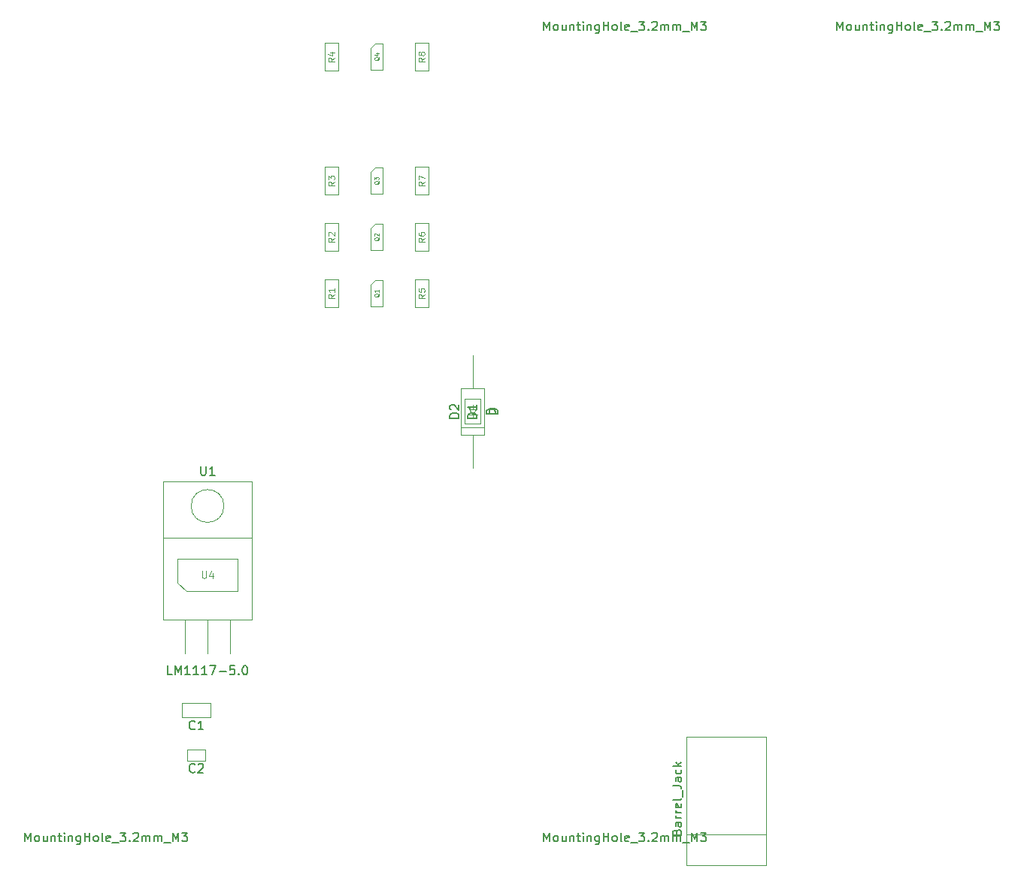
<source format=gbr>
G04 #@! TF.FileFunction,Other,Fab,Top*
%FSLAX46Y46*%
G04 Gerber Fmt 4.6, Leading zero omitted, Abs format (unit mm)*
G04 Created by KiCad (PCBNEW 4.0.4-stable) date 12/14/17 11:03:47*
%MOMM*%
%LPD*%
G01*
G04 APERTURE LIST*
%ADD10C,0.250000*%
%ADD11C,0.100000*%
%ADD12C,0.150000*%
%ADD13C,0.075000*%
%ADD14C,0.105000*%
%ADD15C,0.120000*%
G04 APERTURE END LIST*
D10*
D11*
X89230000Y-147790000D02*
X89230000Y-149390000D01*
X86030000Y-147790000D02*
X89230000Y-147790000D01*
X86030000Y-149390000D02*
X86030000Y-147790000D01*
X89230000Y-149390000D02*
X86030000Y-149390000D01*
X88630000Y-153050000D02*
X88630000Y-154290000D01*
X86630000Y-153050000D02*
X88630000Y-153050000D01*
X86630000Y-154290000D02*
X86630000Y-153050000D01*
X88630000Y-154290000D02*
X86630000Y-154290000D01*
X117395000Y-117535000D02*
X120095000Y-117535000D01*
X120095000Y-117535000D02*
X120095000Y-112335000D01*
X120095000Y-112335000D02*
X117395000Y-112335000D01*
X117395000Y-112335000D02*
X117395000Y-117535000D01*
X118745000Y-121285000D02*
X118745000Y-117535000D01*
X118745000Y-108585000D02*
X118745000Y-112335000D01*
X117395000Y-116755000D02*
X120095000Y-116755000D01*
X107250000Y-100650000D02*
X107250000Y-103100000D01*
X107800000Y-100080000D02*
X108650000Y-100080000D01*
X107250000Y-100650000D02*
X107800000Y-100080000D01*
X108650000Y-100080000D02*
X108650000Y-103120000D01*
X107250000Y-103120000D02*
X108650000Y-103120000D01*
X107250000Y-94300000D02*
X107250000Y-96750000D01*
X107800000Y-93730000D02*
X108650000Y-93730000D01*
X107250000Y-94300000D02*
X107800000Y-93730000D01*
X108650000Y-93730000D02*
X108650000Y-96770000D01*
X107250000Y-96770000D02*
X108650000Y-96770000D01*
X107250000Y-87950000D02*
X107250000Y-90400000D01*
X107800000Y-87380000D02*
X108650000Y-87380000D01*
X107250000Y-87950000D02*
X107800000Y-87380000D01*
X108650000Y-87380000D02*
X108650000Y-90420000D01*
X107250000Y-90420000D02*
X108650000Y-90420000D01*
X107250000Y-73980000D02*
X107250000Y-76430000D01*
X107800000Y-73410000D02*
X108650000Y-73410000D01*
X107250000Y-73980000D02*
X107800000Y-73410000D01*
X108650000Y-73410000D02*
X108650000Y-76450000D01*
X107250000Y-76450000D02*
X108650000Y-76450000D01*
X102070000Y-100000000D02*
X103670000Y-100000000D01*
X102070000Y-103200000D02*
X102070000Y-100000000D01*
X103670000Y-103200000D02*
X102070000Y-103200000D01*
X103670000Y-100000000D02*
X103670000Y-103200000D01*
X102070000Y-93650000D02*
X103670000Y-93650000D01*
X102070000Y-96850000D02*
X102070000Y-93650000D01*
X103670000Y-96850000D02*
X102070000Y-96850000D01*
X103670000Y-93650000D02*
X103670000Y-96850000D01*
X102070000Y-87300000D02*
X103670000Y-87300000D01*
X102070000Y-90500000D02*
X102070000Y-87300000D01*
X103670000Y-90500000D02*
X102070000Y-90500000D01*
X103670000Y-87300000D02*
X103670000Y-90500000D01*
X102070000Y-73330000D02*
X103670000Y-73330000D01*
X102070000Y-76530000D02*
X102070000Y-73330000D01*
X103670000Y-76530000D02*
X102070000Y-76530000D01*
X103670000Y-73330000D02*
X103670000Y-76530000D01*
X112230000Y-100000000D02*
X113830000Y-100000000D01*
X112230000Y-103200000D02*
X112230000Y-100000000D01*
X113830000Y-103200000D02*
X112230000Y-103200000D01*
X113830000Y-100000000D02*
X113830000Y-103200000D01*
X112230000Y-93650000D02*
X113830000Y-93650000D01*
X112230000Y-96850000D02*
X112230000Y-93650000D01*
X113830000Y-96850000D02*
X112230000Y-96850000D01*
X113830000Y-93650000D02*
X113830000Y-96850000D01*
X112230000Y-87300000D02*
X113830000Y-87300000D01*
X112230000Y-90500000D02*
X112230000Y-87300000D01*
X113830000Y-90500000D02*
X112230000Y-90500000D01*
X113830000Y-87300000D02*
X113830000Y-90500000D01*
X112230000Y-73330000D02*
X113830000Y-73330000D01*
X112230000Y-76530000D02*
X112230000Y-73330000D01*
X113830000Y-76530000D02*
X112230000Y-76530000D01*
X113830000Y-73330000D02*
X113830000Y-76530000D01*
X83900000Y-129180000D02*
X83900000Y-122780000D01*
X83900000Y-122780000D02*
X93900000Y-122780000D01*
X93900000Y-122780000D02*
X93900000Y-129180000D01*
X93900000Y-129180000D02*
X83900000Y-129180000D01*
X83900000Y-138430000D02*
X83900000Y-129180000D01*
X83900000Y-129180000D02*
X93900000Y-129180000D01*
X93900000Y-129180000D02*
X93900000Y-138430000D01*
X93900000Y-138430000D02*
X83900000Y-138430000D01*
X86360000Y-138430000D02*
X86360000Y-142240000D01*
X88900000Y-138430000D02*
X88900000Y-142240000D01*
X91440000Y-138430000D02*
X91440000Y-142240000D01*
X90750000Y-125580000D02*
G75*
G03X90750000Y-125580000I-1850000J0D01*
G01*
X118745000Y-114685000D02*
X118745000Y-114185000D01*
X119145000Y-114685000D02*
X118745000Y-115285000D01*
X118345000Y-114685000D02*
X119145000Y-114685000D01*
X118745000Y-115285000D02*
X118345000Y-114685000D01*
X118745000Y-115285000D02*
X119295000Y-115285000D01*
X118745000Y-115285000D02*
X118195000Y-115285000D01*
X118745000Y-115685000D02*
X118745000Y-115285000D01*
X119645000Y-116335000D02*
X117845000Y-116335000D01*
X119645000Y-113535000D02*
X119645000Y-116335000D01*
X117845000Y-113535000D02*
X119645000Y-113535000D01*
X117845000Y-116335000D02*
X117845000Y-113535000D01*
X86550000Y-135200000D02*
X85550000Y-134200000D01*
X86550000Y-135200000D02*
X92250000Y-135200000D01*
X85550000Y-134200000D02*
X85550000Y-131500000D01*
X92250000Y-135200000D02*
X92250000Y-131500000D01*
X85550000Y-131500000D02*
X92250000Y-131500000D01*
X142820000Y-162600000D02*
X151820000Y-162600000D01*
X142820000Y-166100000D02*
X151820000Y-166100000D01*
X151820000Y-166100000D02*
X151820000Y-151600000D01*
X151820000Y-151600000D02*
X142820000Y-151600000D01*
X142820000Y-151600000D02*
X142820000Y-166100000D01*
D12*
X126770952Y-71962381D02*
X126770952Y-70962381D01*
X127104286Y-71676667D01*
X127437619Y-70962381D01*
X127437619Y-71962381D01*
X128056666Y-71962381D02*
X127961428Y-71914762D01*
X127913809Y-71867143D01*
X127866190Y-71771905D01*
X127866190Y-71486190D01*
X127913809Y-71390952D01*
X127961428Y-71343333D01*
X128056666Y-71295714D01*
X128199524Y-71295714D01*
X128294762Y-71343333D01*
X128342381Y-71390952D01*
X128390000Y-71486190D01*
X128390000Y-71771905D01*
X128342381Y-71867143D01*
X128294762Y-71914762D01*
X128199524Y-71962381D01*
X128056666Y-71962381D01*
X129247143Y-71295714D02*
X129247143Y-71962381D01*
X128818571Y-71295714D02*
X128818571Y-71819524D01*
X128866190Y-71914762D01*
X128961428Y-71962381D01*
X129104286Y-71962381D01*
X129199524Y-71914762D01*
X129247143Y-71867143D01*
X129723333Y-71295714D02*
X129723333Y-71962381D01*
X129723333Y-71390952D02*
X129770952Y-71343333D01*
X129866190Y-71295714D01*
X130009048Y-71295714D01*
X130104286Y-71343333D01*
X130151905Y-71438571D01*
X130151905Y-71962381D01*
X130485238Y-71295714D02*
X130866190Y-71295714D01*
X130628095Y-70962381D02*
X130628095Y-71819524D01*
X130675714Y-71914762D01*
X130770952Y-71962381D01*
X130866190Y-71962381D01*
X131199524Y-71962381D02*
X131199524Y-71295714D01*
X131199524Y-70962381D02*
X131151905Y-71010000D01*
X131199524Y-71057619D01*
X131247143Y-71010000D01*
X131199524Y-70962381D01*
X131199524Y-71057619D01*
X131675714Y-71295714D02*
X131675714Y-71962381D01*
X131675714Y-71390952D02*
X131723333Y-71343333D01*
X131818571Y-71295714D01*
X131961429Y-71295714D01*
X132056667Y-71343333D01*
X132104286Y-71438571D01*
X132104286Y-71962381D01*
X133009048Y-71295714D02*
X133009048Y-72105238D01*
X132961429Y-72200476D01*
X132913810Y-72248095D01*
X132818571Y-72295714D01*
X132675714Y-72295714D01*
X132580476Y-72248095D01*
X133009048Y-71914762D02*
X132913810Y-71962381D01*
X132723333Y-71962381D01*
X132628095Y-71914762D01*
X132580476Y-71867143D01*
X132532857Y-71771905D01*
X132532857Y-71486190D01*
X132580476Y-71390952D01*
X132628095Y-71343333D01*
X132723333Y-71295714D01*
X132913810Y-71295714D01*
X133009048Y-71343333D01*
X133485238Y-71962381D02*
X133485238Y-70962381D01*
X133485238Y-71438571D02*
X134056667Y-71438571D01*
X134056667Y-71962381D02*
X134056667Y-70962381D01*
X134675714Y-71962381D02*
X134580476Y-71914762D01*
X134532857Y-71867143D01*
X134485238Y-71771905D01*
X134485238Y-71486190D01*
X134532857Y-71390952D01*
X134580476Y-71343333D01*
X134675714Y-71295714D01*
X134818572Y-71295714D01*
X134913810Y-71343333D01*
X134961429Y-71390952D01*
X135009048Y-71486190D01*
X135009048Y-71771905D01*
X134961429Y-71867143D01*
X134913810Y-71914762D01*
X134818572Y-71962381D01*
X134675714Y-71962381D01*
X135580476Y-71962381D02*
X135485238Y-71914762D01*
X135437619Y-71819524D01*
X135437619Y-70962381D01*
X136342382Y-71914762D02*
X136247144Y-71962381D01*
X136056667Y-71962381D01*
X135961429Y-71914762D01*
X135913810Y-71819524D01*
X135913810Y-71438571D01*
X135961429Y-71343333D01*
X136056667Y-71295714D01*
X136247144Y-71295714D01*
X136342382Y-71343333D01*
X136390001Y-71438571D01*
X136390001Y-71533810D01*
X135913810Y-71629048D01*
X136580477Y-72057619D02*
X137342382Y-72057619D01*
X137485239Y-70962381D02*
X138104287Y-70962381D01*
X137770953Y-71343333D01*
X137913811Y-71343333D01*
X138009049Y-71390952D01*
X138056668Y-71438571D01*
X138104287Y-71533810D01*
X138104287Y-71771905D01*
X138056668Y-71867143D01*
X138009049Y-71914762D01*
X137913811Y-71962381D01*
X137628096Y-71962381D01*
X137532858Y-71914762D01*
X137485239Y-71867143D01*
X138532858Y-71867143D02*
X138580477Y-71914762D01*
X138532858Y-71962381D01*
X138485239Y-71914762D01*
X138532858Y-71867143D01*
X138532858Y-71962381D01*
X138961429Y-71057619D02*
X139009048Y-71010000D01*
X139104286Y-70962381D01*
X139342382Y-70962381D01*
X139437620Y-71010000D01*
X139485239Y-71057619D01*
X139532858Y-71152857D01*
X139532858Y-71248095D01*
X139485239Y-71390952D01*
X138913810Y-71962381D01*
X139532858Y-71962381D01*
X139961429Y-71962381D02*
X139961429Y-71295714D01*
X139961429Y-71390952D02*
X140009048Y-71343333D01*
X140104286Y-71295714D01*
X140247144Y-71295714D01*
X140342382Y-71343333D01*
X140390001Y-71438571D01*
X140390001Y-71962381D01*
X140390001Y-71438571D02*
X140437620Y-71343333D01*
X140532858Y-71295714D01*
X140675715Y-71295714D01*
X140770953Y-71343333D01*
X140818572Y-71438571D01*
X140818572Y-71962381D01*
X141294762Y-71962381D02*
X141294762Y-71295714D01*
X141294762Y-71390952D02*
X141342381Y-71343333D01*
X141437619Y-71295714D01*
X141580477Y-71295714D01*
X141675715Y-71343333D01*
X141723334Y-71438571D01*
X141723334Y-71962381D01*
X141723334Y-71438571D02*
X141770953Y-71343333D01*
X141866191Y-71295714D01*
X142009048Y-71295714D01*
X142104286Y-71343333D01*
X142151905Y-71438571D01*
X142151905Y-71962381D01*
X142390000Y-72057619D02*
X143151905Y-72057619D01*
X143390000Y-71962381D02*
X143390000Y-70962381D01*
X143723334Y-71676667D01*
X144056667Y-70962381D01*
X144056667Y-71962381D01*
X144437619Y-70962381D02*
X145056667Y-70962381D01*
X144723333Y-71343333D01*
X144866191Y-71343333D01*
X144961429Y-71390952D01*
X145009048Y-71438571D01*
X145056667Y-71533810D01*
X145056667Y-71771905D01*
X145009048Y-71867143D01*
X144961429Y-71914762D01*
X144866191Y-71962381D01*
X144580476Y-71962381D01*
X144485238Y-71914762D01*
X144437619Y-71867143D01*
X126770952Y-163402381D02*
X126770952Y-162402381D01*
X127104286Y-163116667D01*
X127437619Y-162402381D01*
X127437619Y-163402381D01*
X128056666Y-163402381D02*
X127961428Y-163354762D01*
X127913809Y-163307143D01*
X127866190Y-163211905D01*
X127866190Y-162926190D01*
X127913809Y-162830952D01*
X127961428Y-162783333D01*
X128056666Y-162735714D01*
X128199524Y-162735714D01*
X128294762Y-162783333D01*
X128342381Y-162830952D01*
X128390000Y-162926190D01*
X128390000Y-163211905D01*
X128342381Y-163307143D01*
X128294762Y-163354762D01*
X128199524Y-163402381D01*
X128056666Y-163402381D01*
X129247143Y-162735714D02*
X129247143Y-163402381D01*
X128818571Y-162735714D02*
X128818571Y-163259524D01*
X128866190Y-163354762D01*
X128961428Y-163402381D01*
X129104286Y-163402381D01*
X129199524Y-163354762D01*
X129247143Y-163307143D01*
X129723333Y-162735714D02*
X129723333Y-163402381D01*
X129723333Y-162830952D02*
X129770952Y-162783333D01*
X129866190Y-162735714D01*
X130009048Y-162735714D01*
X130104286Y-162783333D01*
X130151905Y-162878571D01*
X130151905Y-163402381D01*
X130485238Y-162735714D02*
X130866190Y-162735714D01*
X130628095Y-162402381D02*
X130628095Y-163259524D01*
X130675714Y-163354762D01*
X130770952Y-163402381D01*
X130866190Y-163402381D01*
X131199524Y-163402381D02*
X131199524Y-162735714D01*
X131199524Y-162402381D02*
X131151905Y-162450000D01*
X131199524Y-162497619D01*
X131247143Y-162450000D01*
X131199524Y-162402381D01*
X131199524Y-162497619D01*
X131675714Y-162735714D02*
X131675714Y-163402381D01*
X131675714Y-162830952D02*
X131723333Y-162783333D01*
X131818571Y-162735714D01*
X131961429Y-162735714D01*
X132056667Y-162783333D01*
X132104286Y-162878571D01*
X132104286Y-163402381D01*
X133009048Y-162735714D02*
X133009048Y-163545238D01*
X132961429Y-163640476D01*
X132913810Y-163688095D01*
X132818571Y-163735714D01*
X132675714Y-163735714D01*
X132580476Y-163688095D01*
X133009048Y-163354762D02*
X132913810Y-163402381D01*
X132723333Y-163402381D01*
X132628095Y-163354762D01*
X132580476Y-163307143D01*
X132532857Y-163211905D01*
X132532857Y-162926190D01*
X132580476Y-162830952D01*
X132628095Y-162783333D01*
X132723333Y-162735714D01*
X132913810Y-162735714D01*
X133009048Y-162783333D01*
X133485238Y-163402381D02*
X133485238Y-162402381D01*
X133485238Y-162878571D02*
X134056667Y-162878571D01*
X134056667Y-163402381D02*
X134056667Y-162402381D01*
X134675714Y-163402381D02*
X134580476Y-163354762D01*
X134532857Y-163307143D01*
X134485238Y-163211905D01*
X134485238Y-162926190D01*
X134532857Y-162830952D01*
X134580476Y-162783333D01*
X134675714Y-162735714D01*
X134818572Y-162735714D01*
X134913810Y-162783333D01*
X134961429Y-162830952D01*
X135009048Y-162926190D01*
X135009048Y-163211905D01*
X134961429Y-163307143D01*
X134913810Y-163354762D01*
X134818572Y-163402381D01*
X134675714Y-163402381D01*
X135580476Y-163402381D02*
X135485238Y-163354762D01*
X135437619Y-163259524D01*
X135437619Y-162402381D01*
X136342382Y-163354762D02*
X136247144Y-163402381D01*
X136056667Y-163402381D01*
X135961429Y-163354762D01*
X135913810Y-163259524D01*
X135913810Y-162878571D01*
X135961429Y-162783333D01*
X136056667Y-162735714D01*
X136247144Y-162735714D01*
X136342382Y-162783333D01*
X136390001Y-162878571D01*
X136390001Y-162973810D01*
X135913810Y-163069048D01*
X136580477Y-163497619D02*
X137342382Y-163497619D01*
X137485239Y-162402381D02*
X138104287Y-162402381D01*
X137770953Y-162783333D01*
X137913811Y-162783333D01*
X138009049Y-162830952D01*
X138056668Y-162878571D01*
X138104287Y-162973810D01*
X138104287Y-163211905D01*
X138056668Y-163307143D01*
X138009049Y-163354762D01*
X137913811Y-163402381D01*
X137628096Y-163402381D01*
X137532858Y-163354762D01*
X137485239Y-163307143D01*
X138532858Y-163307143D02*
X138580477Y-163354762D01*
X138532858Y-163402381D01*
X138485239Y-163354762D01*
X138532858Y-163307143D01*
X138532858Y-163402381D01*
X138961429Y-162497619D02*
X139009048Y-162450000D01*
X139104286Y-162402381D01*
X139342382Y-162402381D01*
X139437620Y-162450000D01*
X139485239Y-162497619D01*
X139532858Y-162592857D01*
X139532858Y-162688095D01*
X139485239Y-162830952D01*
X138913810Y-163402381D01*
X139532858Y-163402381D01*
X139961429Y-163402381D02*
X139961429Y-162735714D01*
X139961429Y-162830952D02*
X140009048Y-162783333D01*
X140104286Y-162735714D01*
X140247144Y-162735714D01*
X140342382Y-162783333D01*
X140390001Y-162878571D01*
X140390001Y-163402381D01*
X140390001Y-162878571D02*
X140437620Y-162783333D01*
X140532858Y-162735714D01*
X140675715Y-162735714D01*
X140770953Y-162783333D01*
X140818572Y-162878571D01*
X140818572Y-163402381D01*
X141294762Y-163402381D02*
X141294762Y-162735714D01*
X141294762Y-162830952D02*
X141342381Y-162783333D01*
X141437619Y-162735714D01*
X141580477Y-162735714D01*
X141675715Y-162783333D01*
X141723334Y-162878571D01*
X141723334Y-163402381D01*
X141723334Y-162878571D02*
X141770953Y-162783333D01*
X141866191Y-162735714D01*
X142009048Y-162735714D01*
X142104286Y-162783333D01*
X142151905Y-162878571D01*
X142151905Y-163402381D01*
X142390000Y-163497619D02*
X143151905Y-163497619D01*
X143390000Y-163402381D02*
X143390000Y-162402381D01*
X143723334Y-163116667D01*
X144056667Y-162402381D01*
X144056667Y-163402381D01*
X144437619Y-162402381D02*
X145056667Y-162402381D01*
X144723333Y-162783333D01*
X144866191Y-162783333D01*
X144961429Y-162830952D01*
X145009048Y-162878571D01*
X145056667Y-162973810D01*
X145056667Y-163211905D01*
X145009048Y-163307143D01*
X144961429Y-163354762D01*
X144866191Y-163402381D01*
X144580476Y-163402381D01*
X144485238Y-163354762D01*
X144437619Y-163307143D01*
X68350952Y-163402381D02*
X68350952Y-162402381D01*
X68684286Y-163116667D01*
X69017619Y-162402381D01*
X69017619Y-163402381D01*
X69636666Y-163402381D02*
X69541428Y-163354762D01*
X69493809Y-163307143D01*
X69446190Y-163211905D01*
X69446190Y-162926190D01*
X69493809Y-162830952D01*
X69541428Y-162783333D01*
X69636666Y-162735714D01*
X69779524Y-162735714D01*
X69874762Y-162783333D01*
X69922381Y-162830952D01*
X69970000Y-162926190D01*
X69970000Y-163211905D01*
X69922381Y-163307143D01*
X69874762Y-163354762D01*
X69779524Y-163402381D01*
X69636666Y-163402381D01*
X70827143Y-162735714D02*
X70827143Y-163402381D01*
X70398571Y-162735714D02*
X70398571Y-163259524D01*
X70446190Y-163354762D01*
X70541428Y-163402381D01*
X70684286Y-163402381D01*
X70779524Y-163354762D01*
X70827143Y-163307143D01*
X71303333Y-162735714D02*
X71303333Y-163402381D01*
X71303333Y-162830952D02*
X71350952Y-162783333D01*
X71446190Y-162735714D01*
X71589048Y-162735714D01*
X71684286Y-162783333D01*
X71731905Y-162878571D01*
X71731905Y-163402381D01*
X72065238Y-162735714D02*
X72446190Y-162735714D01*
X72208095Y-162402381D02*
X72208095Y-163259524D01*
X72255714Y-163354762D01*
X72350952Y-163402381D01*
X72446190Y-163402381D01*
X72779524Y-163402381D02*
X72779524Y-162735714D01*
X72779524Y-162402381D02*
X72731905Y-162450000D01*
X72779524Y-162497619D01*
X72827143Y-162450000D01*
X72779524Y-162402381D01*
X72779524Y-162497619D01*
X73255714Y-162735714D02*
X73255714Y-163402381D01*
X73255714Y-162830952D02*
X73303333Y-162783333D01*
X73398571Y-162735714D01*
X73541429Y-162735714D01*
X73636667Y-162783333D01*
X73684286Y-162878571D01*
X73684286Y-163402381D01*
X74589048Y-162735714D02*
X74589048Y-163545238D01*
X74541429Y-163640476D01*
X74493810Y-163688095D01*
X74398571Y-163735714D01*
X74255714Y-163735714D01*
X74160476Y-163688095D01*
X74589048Y-163354762D02*
X74493810Y-163402381D01*
X74303333Y-163402381D01*
X74208095Y-163354762D01*
X74160476Y-163307143D01*
X74112857Y-163211905D01*
X74112857Y-162926190D01*
X74160476Y-162830952D01*
X74208095Y-162783333D01*
X74303333Y-162735714D01*
X74493810Y-162735714D01*
X74589048Y-162783333D01*
X75065238Y-163402381D02*
X75065238Y-162402381D01*
X75065238Y-162878571D02*
X75636667Y-162878571D01*
X75636667Y-163402381D02*
X75636667Y-162402381D01*
X76255714Y-163402381D02*
X76160476Y-163354762D01*
X76112857Y-163307143D01*
X76065238Y-163211905D01*
X76065238Y-162926190D01*
X76112857Y-162830952D01*
X76160476Y-162783333D01*
X76255714Y-162735714D01*
X76398572Y-162735714D01*
X76493810Y-162783333D01*
X76541429Y-162830952D01*
X76589048Y-162926190D01*
X76589048Y-163211905D01*
X76541429Y-163307143D01*
X76493810Y-163354762D01*
X76398572Y-163402381D01*
X76255714Y-163402381D01*
X77160476Y-163402381D02*
X77065238Y-163354762D01*
X77017619Y-163259524D01*
X77017619Y-162402381D01*
X77922382Y-163354762D02*
X77827144Y-163402381D01*
X77636667Y-163402381D01*
X77541429Y-163354762D01*
X77493810Y-163259524D01*
X77493810Y-162878571D01*
X77541429Y-162783333D01*
X77636667Y-162735714D01*
X77827144Y-162735714D01*
X77922382Y-162783333D01*
X77970001Y-162878571D01*
X77970001Y-162973810D01*
X77493810Y-163069048D01*
X78160477Y-163497619D02*
X78922382Y-163497619D01*
X79065239Y-162402381D02*
X79684287Y-162402381D01*
X79350953Y-162783333D01*
X79493811Y-162783333D01*
X79589049Y-162830952D01*
X79636668Y-162878571D01*
X79684287Y-162973810D01*
X79684287Y-163211905D01*
X79636668Y-163307143D01*
X79589049Y-163354762D01*
X79493811Y-163402381D01*
X79208096Y-163402381D01*
X79112858Y-163354762D01*
X79065239Y-163307143D01*
X80112858Y-163307143D02*
X80160477Y-163354762D01*
X80112858Y-163402381D01*
X80065239Y-163354762D01*
X80112858Y-163307143D01*
X80112858Y-163402381D01*
X80541429Y-162497619D02*
X80589048Y-162450000D01*
X80684286Y-162402381D01*
X80922382Y-162402381D01*
X81017620Y-162450000D01*
X81065239Y-162497619D01*
X81112858Y-162592857D01*
X81112858Y-162688095D01*
X81065239Y-162830952D01*
X80493810Y-163402381D01*
X81112858Y-163402381D01*
X81541429Y-163402381D02*
X81541429Y-162735714D01*
X81541429Y-162830952D02*
X81589048Y-162783333D01*
X81684286Y-162735714D01*
X81827144Y-162735714D01*
X81922382Y-162783333D01*
X81970001Y-162878571D01*
X81970001Y-163402381D01*
X81970001Y-162878571D02*
X82017620Y-162783333D01*
X82112858Y-162735714D01*
X82255715Y-162735714D01*
X82350953Y-162783333D01*
X82398572Y-162878571D01*
X82398572Y-163402381D01*
X82874762Y-163402381D02*
X82874762Y-162735714D01*
X82874762Y-162830952D02*
X82922381Y-162783333D01*
X83017619Y-162735714D01*
X83160477Y-162735714D01*
X83255715Y-162783333D01*
X83303334Y-162878571D01*
X83303334Y-163402381D01*
X83303334Y-162878571D02*
X83350953Y-162783333D01*
X83446191Y-162735714D01*
X83589048Y-162735714D01*
X83684286Y-162783333D01*
X83731905Y-162878571D01*
X83731905Y-163402381D01*
X83970000Y-163497619D02*
X84731905Y-163497619D01*
X84970000Y-163402381D02*
X84970000Y-162402381D01*
X85303334Y-163116667D01*
X85636667Y-162402381D01*
X85636667Y-163402381D01*
X86017619Y-162402381D02*
X86636667Y-162402381D01*
X86303333Y-162783333D01*
X86446191Y-162783333D01*
X86541429Y-162830952D01*
X86589048Y-162878571D01*
X86636667Y-162973810D01*
X86636667Y-163211905D01*
X86589048Y-163307143D01*
X86541429Y-163354762D01*
X86446191Y-163402381D01*
X86160476Y-163402381D01*
X86065238Y-163354762D01*
X86017619Y-163307143D01*
X87463334Y-150697143D02*
X87415715Y-150744762D01*
X87272858Y-150792381D01*
X87177620Y-150792381D01*
X87034762Y-150744762D01*
X86939524Y-150649524D01*
X86891905Y-150554286D01*
X86844286Y-150363810D01*
X86844286Y-150220952D01*
X86891905Y-150030476D01*
X86939524Y-149935238D01*
X87034762Y-149840000D01*
X87177620Y-149792381D01*
X87272858Y-149792381D01*
X87415715Y-149840000D01*
X87463334Y-149887619D01*
X88415715Y-150792381D02*
X87844286Y-150792381D01*
X88130000Y-150792381D02*
X88130000Y-149792381D01*
X88034762Y-149935238D01*
X87939524Y-150030476D01*
X87844286Y-150078095D01*
X87463334Y-155527143D02*
X87415715Y-155574762D01*
X87272858Y-155622381D01*
X87177620Y-155622381D01*
X87034762Y-155574762D01*
X86939524Y-155479524D01*
X86891905Y-155384286D01*
X86844286Y-155193810D01*
X86844286Y-155050952D01*
X86891905Y-154860476D01*
X86939524Y-154765238D01*
X87034762Y-154670000D01*
X87177620Y-154622381D01*
X87272858Y-154622381D01*
X87415715Y-154670000D01*
X87463334Y-154717619D01*
X87844286Y-154717619D02*
X87891905Y-154670000D01*
X87987143Y-154622381D01*
X88225239Y-154622381D01*
X88320477Y-154670000D01*
X88368096Y-154717619D01*
X88415715Y-154812857D01*
X88415715Y-154908095D01*
X88368096Y-155050952D01*
X87796667Y-155622381D01*
X88415715Y-155622381D01*
X121607381Y-115196905D02*
X120607381Y-115196905D01*
X120607381Y-114958810D01*
X120655000Y-114815952D01*
X120750238Y-114720714D01*
X120845476Y-114673095D01*
X121035952Y-114625476D01*
X121178810Y-114625476D01*
X121369286Y-114673095D01*
X121464524Y-114720714D01*
X121559762Y-114815952D01*
X121607381Y-114958810D01*
X121607381Y-115196905D01*
X119197381Y-115673095D02*
X118197381Y-115673095D01*
X118197381Y-115435000D01*
X118245000Y-115292142D01*
X118340238Y-115196904D01*
X118435476Y-115149285D01*
X118625952Y-115101666D01*
X118768810Y-115101666D01*
X118959286Y-115149285D01*
X119054524Y-115196904D01*
X119149762Y-115292142D01*
X119197381Y-115435000D01*
X119197381Y-115673095D01*
X119197381Y-114149285D02*
X119197381Y-114720714D01*
X119197381Y-114435000D02*
X118197381Y-114435000D01*
X118340238Y-114530238D01*
X118435476Y-114625476D01*
X118483095Y-114720714D01*
D13*
X108223810Y-101647619D02*
X108200000Y-101695238D01*
X108152381Y-101742857D01*
X108080952Y-101814286D01*
X108057143Y-101861905D01*
X108057143Y-101909524D01*
X108176190Y-101885714D02*
X108152381Y-101933333D01*
X108104762Y-101980952D01*
X108009524Y-102004762D01*
X107842857Y-102004762D01*
X107747619Y-101980952D01*
X107700000Y-101933333D01*
X107676190Y-101885714D01*
X107676190Y-101790476D01*
X107700000Y-101742857D01*
X107747619Y-101695238D01*
X107842857Y-101671429D01*
X108009524Y-101671429D01*
X108104762Y-101695238D01*
X108152381Y-101742857D01*
X108176190Y-101790476D01*
X108176190Y-101885714D01*
X108176190Y-101195238D02*
X108176190Y-101480952D01*
X108176190Y-101338095D02*
X107676190Y-101338095D01*
X107747619Y-101385714D01*
X107795238Y-101433333D01*
X107819048Y-101480952D01*
X108223810Y-95297619D02*
X108200000Y-95345238D01*
X108152381Y-95392857D01*
X108080952Y-95464286D01*
X108057143Y-95511905D01*
X108057143Y-95559524D01*
X108176190Y-95535714D02*
X108152381Y-95583333D01*
X108104762Y-95630952D01*
X108009524Y-95654762D01*
X107842857Y-95654762D01*
X107747619Y-95630952D01*
X107700000Y-95583333D01*
X107676190Y-95535714D01*
X107676190Y-95440476D01*
X107700000Y-95392857D01*
X107747619Y-95345238D01*
X107842857Y-95321429D01*
X108009524Y-95321429D01*
X108104762Y-95345238D01*
X108152381Y-95392857D01*
X108176190Y-95440476D01*
X108176190Y-95535714D01*
X107723810Y-95130952D02*
X107700000Y-95107142D01*
X107676190Y-95059523D01*
X107676190Y-94940476D01*
X107700000Y-94892857D01*
X107723810Y-94869047D01*
X107771429Y-94845238D01*
X107819048Y-94845238D01*
X107890476Y-94869047D01*
X108176190Y-95154761D01*
X108176190Y-94845238D01*
X108223810Y-88947619D02*
X108200000Y-88995238D01*
X108152381Y-89042857D01*
X108080952Y-89114286D01*
X108057143Y-89161905D01*
X108057143Y-89209524D01*
X108176190Y-89185714D02*
X108152381Y-89233333D01*
X108104762Y-89280952D01*
X108009524Y-89304762D01*
X107842857Y-89304762D01*
X107747619Y-89280952D01*
X107700000Y-89233333D01*
X107676190Y-89185714D01*
X107676190Y-89090476D01*
X107700000Y-89042857D01*
X107747619Y-88995238D01*
X107842857Y-88971429D01*
X108009524Y-88971429D01*
X108104762Y-88995238D01*
X108152381Y-89042857D01*
X108176190Y-89090476D01*
X108176190Y-89185714D01*
X107676190Y-88804761D02*
X107676190Y-88495238D01*
X107866667Y-88661904D01*
X107866667Y-88590476D01*
X107890476Y-88542857D01*
X107914286Y-88519047D01*
X107961905Y-88495238D01*
X108080952Y-88495238D01*
X108128571Y-88519047D01*
X108152381Y-88542857D01*
X108176190Y-88590476D01*
X108176190Y-88733333D01*
X108152381Y-88780952D01*
X108128571Y-88804761D01*
X108223810Y-74977619D02*
X108200000Y-75025238D01*
X108152381Y-75072857D01*
X108080952Y-75144286D01*
X108057143Y-75191905D01*
X108057143Y-75239524D01*
X108176190Y-75215714D02*
X108152381Y-75263333D01*
X108104762Y-75310952D01*
X108009524Y-75334762D01*
X107842857Y-75334762D01*
X107747619Y-75310952D01*
X107700000Y-75263333D01*
X107676190Y-75215714D01*
X107676190Y-75120476D01*
X107700000Y-75072857D01*
X107747619Y-75025238D01*
X107842857Y-75001429D01*
X108009524Y-75001429D01*
X108104762Y-75025238D01*
X108152381Y-75072857D01*
X108176190Y-75120476D01*
X108176190Y-75215714D01*
X107842857Y-74572857D02*
X108176190Y-74572857D01*
X107652381Y-74691904D02*
X108009524Y-74810952D01*
X108009524Y-74501428D01*
D14*
X103186667Y-101716666D02*
X102853333Y-101950000D01*
X103186667Y-102116666D02*
X102486667Y-102116666D01*
X102486667Y-101850000D01*
X102520000Y-101783333D01*
X102553333Y-101750000D01*
X102620000Y-101716666D01*
X102720000Y-101716666D01*
X102786667Y-101750000D01*
X102820000Y-101783333D01*
X102853333Y-101850000D01*
X102853333Y-102116666D01*
X103186667Y-101050000D02*
X103186667Y-101450000D01*
X103186667Y-101250000D02*
X102486667Y-101250000D01*
X102586667Y-101316666D01*
X102653333Y-101383333D01*
X102686667Y-101450000D01*
X103186667Y-95366666D02*
X102853333Y-95600000D01*
X103186667Y-95766666D02*
X102486667Y-95766666D01*
X102486667Y-95500000D01*
X102520000Y-95433333D01*
X102553333Y-95400000D01*
X102620000Y-95366666D01*
X102720000Y-95366666D01*
X102786667Y-95400000D01*
X102820000Y-95433333D01*
X102853333Y-95500000D01*
X102853333Y-95766666D01*
X102553333Y-95100000D02*
X102520000Y-95066666D01*
X102486667Y-95000000D01*
X102486667Y-94833333D01*
X102520000Y-94766666D01*
X102553333Y-94733333D01*
X102620000Y-94700000D01*
X102686667Y-94700000D01*
X102786667Y-94733333D01*
X103186667Y-95133333D01*
X103186667Y-94700000D01*
X103186667Y-89016666D02*
X102853333Y-89250000D01*
X103186667Y-89416666D02*
X102486667Y-89416666D01*
X102486667Y-89150000D01*
X102520000Y-89083333D01*
X102553333Y-89050000D01*
X102620000Y-89016666D01*
X102720000Y-89016666D01*
X102786667Y-89050000D01*
X102820000Y-89083333D01*
X102853333Y-89150000D01*
X102853333Y-89416666D01*
X102486667Y-88783333D02*
X102486667Y-88350000D01*
X102753333Y-88583333D01*
X102753333Y-88483333D01*
X102786667Y-88416666D01*
X102820000Y-88383333D01*
X102886667Y-88350000D01*
X103053333Y-88350000D01*
X103120000Y-88383333D01*
X103153333Y-88416666D01*
X103186667Y-88483333D01*
X103186667Y-88683333D01*
X103153333Y-88750000D01*
X103120000Y-88783333D01*
X103186667Y-75046666D02*
X102853333Y-75280000D01*
X103186667Y-75446666D02*
X102486667Y-75446666D01*
X102486667Y-75180000D01*
X102520000Y-75113333D01*
X102553333Y-75080000D01*
X102620000Y-75046666D01*
X102720000Y-75046666D01*
X102786667Y-75080000D01*
X102820000Y-75113333D01*
X102853333Y-75180000D01*
X102853333Y-75446666D01*
X102720000Y-74446666D02*
X103186667Y-74446666D01*
X102453333Y-74613333D02*
X102953333Y-74780000D01*
X102953333Y-74346666D01*
X113346667Y-101716666D02*
X113013333Y-101950000D01*
X113346667Y-102116666D02*
X112646667Y-102116666D01*
X112646667Y-101850000D01*
X112680000Y-101783333D01*
X112713333Y-101750000D01*
X112780000Y-101716666D01*
X112880000Y-101716666D01*
X112946667Y-101750000D01*
X112980000Y-101783333D01*
X113013333Y-101850000D01*
X113013333Y-102116666D01*
X112646667Y-101083333D02*
X112646667Y-101416666D01*
X112980000Y-101450000D01*
X112946667Y-101416666D01*
X112913333Y-101350000D01*
X112913333Y-101183333D01*
X112946667Y-101116666D01*
X112980000Y-101083333D01*
X113046667Y-101050000D01*
X113213333Y-101050000D01*
X113280000Y-101083333D01*
X113313333Y-101116666D01*
X113346667Y-101183333D01*
X113346667Y-101350000D01*
X113313333Y-101416666D01*
X113280000Y-101450000D01*
X113346667Y-95366666D02*
X113013333Y-95600000D01*
X113346667Y-95766666D02*
X112646667Y-95766666D01*
X112646667Y-95500000D01*
X112680000Y-95433333D01*
X112713333Y-95400000D01*
X112780000Y-95366666D01*
X112880000Y-95366666D01*
X112946667Y-95400000D01*
X112980000Y-95433333D01*
X113013333Y-95500000D01*
X113013333Y-95766666D01*
X112646667Y-94766666D02*
X112646667Y-94900000D01*
X112680000Y-94966666D01*
X112713333Y-95000000D01*
X112813333Y-95066666D01*
X112946667Y-95100000D01*
X113213333Y-95100000D01*
X113280000Y-95066666D01*
X113313333Y-95033333D01*
X113346667Y-94966666D01*
X113346667Y-94833333D01*
X113313333Y-94766666D01*
X113280000Y-94733333D01*
X113213333Y-94700000D01*
X113046667Y-94700000D01*
X112980000Y-94733333D01*
X112946667Y-94766666D01*
X112913333Y-94833333D01*
X112913333Y-94966666D01*
X112946667Y-95033333D01*
X112980000Y-95066666D01*
X113046667Y-95100000D01*
X113346667Y-89016666D02*
X113013333Y-89250000D01*
X113346667Y-89416666D02*
X112646667Y-89416666D01*
X112646667Y-89150000D01*
X112680000Y-89083333D01*
X112713333Y-89050000D01*
X112780000Y-89016666D01*
X112880000Y-89016666D01*
X112946667Y-89050000D01*
X112980000Y-89083333D01*
X113013333Y-89150000D01*
X113013333Y-89416666D01*
X112646667Y-88783333D02*
X112646667Y-88316666D01*
X113346667Y-88616666D01*
X113346667Y-75046666D02*
X113013333Y-75280000D01*
X113346667Y-75446666D02*
X112646667Y-75446666D01*
X112646667Y-75180000D01*
X112680000Y-75113333D01*
X112713333Y-75080000D01*
X112780000Y-75046666D01*
X112880000Y-75046666D01*
X112946667Y-75080000D01*
X112980000Y-75113333D01*
X113013333Y-75180000D01*
X113013333Y-75446666D01*
X112946667Y-74646666D02*
X112913333Y-74713333D01*
X112880000Y-74746666D01*
X112813333Y-74780000D01*
X112780000Y-74780000D01*
X112713333Y-74746666D01*
X112680000Y-74713333D01*
X112646667Y-74646666D01*
X112646667Y-74513333D01*
X112680000Y-74446666D01*
X112713333Y-74413333D01*
X112780000Y-74380000D01*
X112813333Y-74380000D01*
X112880000Y-74413333D01*
X112913333Y-74446666D01*
X112946667Y-74513333D01*
X112946667Y-74646666D01*
X112980000Y-74713333D01*
X113013333Y-74746666D01*
X113080000Y-74780000D01*
X113213333Y-74780000D01*
X113280000Y-74746666D01*
X113313333Y-74713333D01*
X113346667Y-74646666D01*
X113346667Y-74513333D01*
X113313333Y-74446666D01*
X113280000Y-74413333D01*
X113213333Y-74380000D01*
X113080000Y-74380000D01*
X113013333Y-74413333D01*
X112980000Y-74446666D01*
X112946667Y-74513333D01*
D12*
X84923810Y-144592381D02*
X84447619Y-144592381D01*
X84447619Y-143592381D01*
X85257143Y-144592381D02*
X85257143Y-143592381D01*
X85590477Y-144306667D01*
X85923810Y-143592381D01*
X85923810Y-144592381D01*
X86923810Y-144592381D02*
X86352381Y-144592381D01*
X86638095Y-144592381D02*
X86638095Y-143592381D01*
X86542857Y-143735238D01*
X86447619Y-143830476D01*
X86352381Y-143878095D01*
X87876191Y-144592381D02*
X87304762Y-144592381D01*
X87590476Y-144592381D02*
X87590476Y-143592381D01*
X87495238Y-143735238D01*
X87400000Y-143830476D01*
X87304762Y-143878095D01*
X88828572Y-144592381D02*
X88257143Y-144592381D01*
X88542857Y-144592381D02*
X88542857Y-143592381D01*
X88447619Y-143735238D01*
X88352381Y-143830476D01*
X88257143Y-143878095D01*
X89161905Y-143592381D02*
X89828572Y-143592381D01*
X89400000Y-144592381D01*
X90209524Y-144211429D02*
X90971429Y-144211429D01*
X91923810Y-143592381D02*
X91447619Y-143592381D01*
X91400000Y-144068571D01*
X91447619Y-144020952D01*
X91542857Y-143973333D01*
X91780953Y-143973333D01*
X91876191Y-144020952D01*
X91923810Y-144068571D01*
X91971429Y-144163810D01*
X91971429Y-144401905D01*
X91923810Y-144497143D01*
X91876191Y-144544762D01*
X91780953Y-144592381D01*
X91542857Y-144592381D01*
X91447619Y-144544762D01*
X91400000Y-144497143D01*
X92400000Y-144497143D02*
X92447619Y-144544762D01*
X92400000Y-144592381D01*
X92352381Y-144544762D01*
X92400000Y-144497143D01*
X92400000Y-144592381D01*
X93066666Y-143592381D02*
X93161905Y-143592381D01*
X93257143Y-143640000D01*
X93304762Y-143687619D01*
X93352381Y-143782857D01*
X93400000Y-143973333D01*
X93400000Y-144211429D01*
X93352381Y-144401905D01*
X93304762Y-144497143D01*
X93257143Y-144544762D01*
X93161905Y-144592381D01*
X93066666Y-144592381D01*
X92971428Y-144544762D01*
X92923809Y-144497143D01*
X92876190Y-144401905D01*
X92828571Y-144211429D01*
X92828571Y-143973333D01*
X92876190Y-143782857D01*
X92923809Y-143687619D01*
X92971428Y-143640000D01*
X93066666Y-143592381D01*
X88138095Y-121112381D02*
X88138095Y-121921905D01*
X88185714Y-122017143D01*
X88233333Y-122064762D01*
X88328571Y-122112381D01*
X88519048Y-122112381D01*
X88614286Y-122064762D01*
X88661905Y-122017143D01*
X88709524Y-121921905D01*
X88709524Y-121112381D01*
X89709524Y-122112381D02*
X89138095Y-122112381D01*
X89423809Y-122112381D02*
X89423809Y-121112381D01*
X89328571Y-121255238D01*
X89233333Y-121350476D01*
X89138095Y-121398095D01*
X121297381Y-115196905D02*
X120297381Y-115196905D01*
X120297381Y-114958810D01*
X120345000Y-114815952D01*
X120440238Y-114720714D01*
X120535476Y-114673095D01*
X120725952Y-114625476D01*
X120868810Y-114625476D01*
X121059286Y-114673095D01*
X121154524Y-114720714D01*
X121249762Y-114815952D01*
X121297381Y-114958810D01*
X121297381Y-115196905D01*
X117197381Y-115673095D02*
X116197381Y-115673095D01*
X116197381Y-115435000D01*
X116245000Y-115292142D01*
X116340238Y-115196904D01*
X116435476Y-115149285D01*
X116625952Y-115101666D01*
X116768810Y-115101666D01*
X116959286Y-115149285D01*
X117054524Y-115196904D01*
X117149762Y-115292142D01*
X117197381Y-115435000D01*
X117197381Y-115673095D01*
X116292619Y-114720714D02*
X116245000Y-114673095D01*
X116197381Y-114577857D01*
X116197381Y-114339761D01*
X116245000Y-114244523D01*
X116292619Y-114196904D01*
X116387857Y-114149285D01*
X116483095Y-114149285D01*
X116625952Y-114196904D01*
X117197381Y-114768333D01*
X117197381Y-114149285D01*
D15*
X88290476Y-132911905D02*
X88290476Y-133559524D01*
X88328571Y-133635714D01*
X88366667Y-133673810D01*
X88442857Y-133711905D01*
X88595238Y-133711905D01*
X88671429Y-133673810D01*
X88709524Y-133635714D01*
X88747619Y-133559524D01*
X88747619Y-132911905D01*
X89471428Y-133178571D02*
X89471428Y-133711905D01*
X89280952Y-132873810D02*
X89090476Y-133445238D01*
X89585714Y-133445238D01*
D12*
X141748571Y-162338096D02*
X141796190Y-162195239D01*
X141843810Y-162147620D01*
X141939048Y-162100001D01*
X142081905Y-162100001D01*
X142177143Y-162147620D01*
X142224762Y-162195239D01*
X142272381Y-162290477D01*
X142272381Y-162671430D01*
X141272381Y-162671430D01*
X141272381Y-162338096D01*
X141320000Y-162242858D01*
X141367619Y-162195239D01*
X141462857Y-162147620D01*
X141558095Y-162147620D01*
X141653333Y-162195239D01*
X141700952Y-162242858D01*
X141748571Y-162338096D01*
X141748571Y-162671430D01*
X142272381Y-161242858D02*
X141748571Y-161242858D01*
X141653333Y-161290477D01*
X141605714Y-161385715D01*
X141605714Y-161576192D01*
X141653333Y-161671430D01*
X142224762Y-161242858D02*
X142272381Y-161338096D01*
X142272381Y-161576192D01*
X142224762Y-161671430D01*
X142129524Y-161719049D01*
X142034286Y-161719049D01*
X141939048Y-161671430D01*
X141891429Y-161576192D01*
X141891429Y-161338096D01*
X141843810Y-161242858D01*
X142272381Y-160766668D02*
X141605714Y-160766668D01*
X141796190Y-160766668D02*
X141700952Y-160719049D01*
X141653333Y-160671430D01*
X141605714Y-160576192D01*
X141605714Y-160480953D01*
X142272381Y-160147620D02*
X141605714Y-160147620D01*
X141796190Y-160147620D02*
X141700952Y-160100001D01*
X141653333Y-160052382D01*
X141605714Y-159957144D01*
X141605714Y-159861905D01*
X142224762Y-159147619D02*
X142272381Y-159242857D01*
X142272381Y-159433334D01*
X142224762Y-159528572D01*
X142129524Y-159576191D01*
X141748571Y-159576191D01*
X141653333Y-159528572D01*
X141605714Y-159433334D01*
X141605714Y-159242857D01*
X141653333Y-159147619D01*
X141748571Y-159100000D01*
X141843810Y-159100000D01*
X141939048Y-159576191D01*
X142272381Y-158528572D02*
X142224762Y-158623810D01*
X142129524Y-158671429D01*
X141272381Y-158671429D01*
X142367619Y-158385714D02*
X142367619Y-157623809D01*
X141272381Y-157099999D02*
X141986667Y-157099999D01*
X142129524Y-157147619D01*
X142224762Y-157242857D01*
X142272381Y-157385714D01*
X142272381Y-157480952D01*
X142272381Y-156195237D02*
X141748571Y-156195237D01*
X141653333Y-156242856D01*
X141605714Y-156338094D01*
X141605714Y-156528571D01*
X141653333Y-156623809D01*
X142224762Y-156195237D02*
X142272381Y-156290475D01*
X142272381Y-156528571D01*
X142224762Y-156623809D01*
X142129524Y-156671428D01*
X142034286Y-156671428D01*
X141939048Y-156623809D01*
X141891429Y-156528571D01*
X141891429Y-156290475D01*
X141843810Y-156195237D01*
X142224762Y-155290475D02*
X142272381Y-155385713D01*
X142272381Y-155576190D01*
X142224762Y-155671428D01*
X142177143Y-155719047D01*
X142081905Y-155766666D01*
X141796190Y-155766666D01*
X141700952Y-155719047D01*
X141653333Y-155671428D01*
X141605714Y-155576190D01*
X141605714Y-155385713D01*
X141653333Y-155290475D01*
X142272381Y-154861904D02*
X141272381Y-154861904D01*
X141891429Y-154766666D02*
X142272381Y-154480951D01*
X141605714Y-154480951D02*
X141986667Y-154861904D01*
X159790952Y-71962381D02*
X159790952Y-70962381D01*
X160124286Y-71676667D01*
X160457619Y-70962381D01*
X160457619Y-71962381D01*
X161076666Y-71962381D02*
X160981428Y-71914762D01*
X160933809Y-71867143D01*
X160886190Y-71771905D01*
X160886190Y-71486190D01*
X160933809Y-71390952D01*
X160981428Y-71343333D01*
X161076666Y-71295714D01*
X161219524Y-71295714D01*
X161314762Y-71343333D01*
X161362381Y-71390952D01*
X161410000Y-71486190D01*
X161410000Y-71771905D01*
X161362381Y-71867143D01*
X161314762Y-71914762D01*
X161219524Y-71962381D01*
X161076666Y-71962381D01*
X162267143Y-71295714D02*
X162267143Y-71962381D01*
X161838571Y-71295714D02*
X161838571Y-71819524D01*
X161886190Y-71914762D01*
X161981428Y-71962381D01*
X162124286Y-71962381D01*
X162219524Y-71914762D01*
X162267143Y-71867143D01*
X162743333Y-71295714D02*
X162743333Y-71962381D01*
X162743333Y-71390952D02*
X162790952Y-71343333D01*
X162886190Y-71295714D01*
X163029048Y-71295714D01*
X163124286Y-71343333D01*
X163171905Y-71438571D01*
X163171905Y-71962381D01*
X163505238Y-71295714D02*
X163886190Y-71295714D01*
X163648095Y-70962381D02*
X163648095Y-71819524D01*
X163695714Y-71914762D01*
X163790952Y-71962381D01*
X163886190Y-71962381D01*
X164219524Y-71962381D02*
X164219524Y-71295714D01*
X164219524Y-70962381D02*
X164171905Y-71010000D01*
X164219524Y-71057619D01*
X164267143Y-71010000D01*
X164219524Y-70962381D01*
X164219524Y-71057619D01*
X164695714Y-71295714D02*
X164695714Y-71962381D01*
X164695714Y-71390952D02*
X164743333Y-71343333D01*
X164838571Y-71295714D01*
X164981429Y-71295714D01*
X165076667Y-71343333D01*
X165124286Y-71438571D01*
X165124286Y-71962381D01*
X166029048Y-71295714D02*
X166029048Y-72105238D01*
X165981429Y-72200476D01*
X165933810Y-72248095D01*
X165838571Y-72295714D01*
X165695714Y-72295714D01*
X165600476Y-72248095D01*
X166029048Y-71914762D02*
X165933810Y-71962381D01*
X165743333Y-71962381D01*
X165648095Y-71914762D01*
X165600476Y-71867143D01*
X165552857Y-71771905D01*
X165552857Y-71486190D01*
X165600476Y-71390952D01*
X165648095Y-71343333D01*
X165743333Y-71295714D01*
X165933810Y-71295714D01*
X166029048Y-71343333D01*
X166505238Y-71962381D02*
X166505238Y-70962381D01*
X166505238Y-71438571D02*
X167076667Y-71438571D01*
X167076667Y-71962381D02*
X167076667Y-70962381D01*
X167695714Y-71962381D02*
X167600476Y-71914762D01*
X167552857Y-71867143D01*
X167505238Y-71771905D01*
X167505238Y-71486190D01*
X167552857Y-71390952D01*
X167600476Y-71343333D01*
X167695714Y-71295714D01*
X167838572Y-71295714D01*
X167933810Y-71343333D01*
X167981429Y-71390952D01*
X168029048Y-71486190D01*
X168029048Y-71771905D01*
X167981429Y-71867143D01*
X167933810Y-71914762D01*
X167838572Y-71962381D01*
X167695714Y-71962381D01*
X168600476Y-71962381D02*
X168505238Y-71914762D01*
X168457619Y-71819524D01*
X168457619Y-70962381D01*
X169362382Y-71914762D02*
X169267144Y-71962381D01*
X169076667Y-71962381D01*
X168981429Y-71914762D01*
X168933810Y-71819524D01*
X168933810Y-71438571D01*
X168981429Y-71343333D01*
X169076667Y-71295714D01*
X169267144Y-71295714D01*
X169362382Y-71343333D01*
X169410001Y-71438571D01*
X169410001Y-71533810D01*
X168933810Y-71629048D01*
X169600477Y-72057619D02*
X170362382Y-72057619D01*
X170505239Y-70962381D02*
X171124287Y-70962381D01*
X170790953Y-71343333D01*
X170933811Y-71343333D01*
X171029049Y-71390952D01*
X171076668Y-71438571D01*
X171124287Y-71533810D01*
X171124287Y-71771905D01*
X171076668Y-71867143D01*
X171029049Y-71914762D01*
X170933811Y-71962381D01*
X170648096Y-71962381D01*
X170552858Y-71914762D01*
X170505239Y-71867143D01*
X171552858Y-71867143D02*
X171600477Y-71914762D01*
X171552858Y-71962381D01*
X171505239Y-71914762D01*
X171552858Y-71867143D01*
X171552858Y-71962381D01*
X171981429Y-71057619D02*
X172029048Y-71010000D01*
X172124286Y-70962381D01*
X172362382Y-70962381D01*
X172457620Y-71010000D01*
X172505239Y-71057619D01*
X172552858Y-71152857D01*
X172552858Y-71248095D01*
X172505239Y-71390952D01*
X171933810Y-71962381D01*
X172552858Y-71962381D01*
X172981429Y-71962381D02*
X172981429Y-71295714D01*
X172981429Y-71390952D02*
X173029048Y-71343333D01*
X173124286Y-71295714D01*
X173267144Y-71295714D01*
X173362382Y-71343333D01*
X173410001Y-71438571D01*
X173410001Y-71962381D01*
X173410001Y-71438571D02*
X173457620Y-71343333D01*
X173552858Y-71295714D01*
X173695715Y-71295714D01*
X173790953Y-71343333D01*
X173838572Y-71438571D01*
X173838572Y-71962381D01*
X174314762Y-71962381D02*
X174314762Y-71295714D01*
X174314762Y-71390952D02*
X174362381Y-71343333D01*
X174457619Y-71295714D01*
X174600477Y-71295714D01*
X174695715Y-71343333D01*
X174743334Y-71438571D01*
X174743334Y-71962381D01*
X174743334Y-71438571D02*
X174790953Y-71343333D01*
X174886191Y-71295714D01*
X175029048Y-71295714D01*
X175124286Y-71343333D01*
X175171905Y-71438571D01*
X175171905Y-71962381D01*
X175410000Y-72057619D02*
X176171905Y-72057619D01*
X176410000Y-71962381D02*
X176410000Y-70962381D01*
X176743334Y-71676667D01*
X177076667Y-70962381D01*
X177076667Y-71962381D01*
X177457619Y-70962381D02*
X178076667Y-70962381D01*
X177743333Y-71343333D01*
X177886191Y-71343333D01*
X177981429Y-71390952D01*
X178029048Y-71438571D01*
X178076667Y-71533810D01*
X178076667Y-71771905D01*
X178029048Y-71867143D01*
X177981429Y-71914762D01*
X177886191Y-71962381D01*
X177600476Y-71962381D01*
X177505238Y-71914762D01*
X177457619Y-71867143D01*
M02*

</source>
